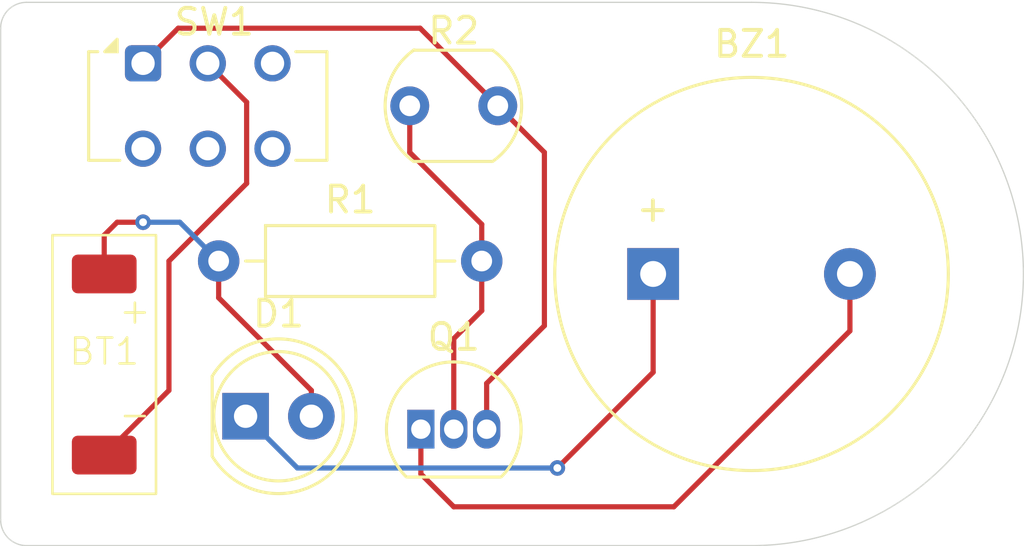
<source format=kicad_pcb>
(kicad_pcb (version 20241229) (generator "pcbnew") (generator_version "9.0")
  (layers (0 "F.Cu" signal) (2 "B.Cu" signal) (13 "F.Paste" user) (15 "B.Paste" user) (5 "F.SilkS" user "F.Silkscreen") (7 "B.SilkS" user "B.Silkscreen") (1 "F.Mask" user) (3 "B.Mask" user) (25 "Edge.Cuts" user))
  (net 0 "")
  (net 1 "Net-(BT1--)")
  (net 2 "Net-(BT1-+)")
  (net 3 "Net-(BZ1--)")
  (net 4 "Net-(BZ1-+)")
  (net 5 "Net-(Q1-B)")
  (net 6 "Net-(Q1-E)")
  (footprint "Button_Switch_THT:SW_CK_JS202011CQN_DPDT_Straight" (layer "F.Cu") (at 148 81.8575)
    (property "Reference" "SW1" (at 2.75 -1.6 0) (layer "F.SilkS"))
    (property "Value" "SW_SPDT")
    (fp_line (start -2.1 -0.45) (end -2.1 3.75) (stroke (width 0.12)) (layer "F.SilkS"))
    (fp_line (start -2.1 3.75) (end -0.9 3.75) (stroke (width 0.12)) (layer "F.SilkS"))
    (fp_line (start -1.75 -0.45) (end -2.1 -0.45) (stroke (width 0.12)) (layer "F.SilkS"))
    (fp_line (start 5.9 -0.45) (end 7.1 -0.45) (stroke (width 0.12)) (layer "F.SilkS"))
    (fp_line (start 7.1 -0.45) (end 7.1 3.75) (stroke (width 0.12)) (layer "F.SilkS"))
    (fp_line (start 7.1 3.75) (end 5.9 3.75) (stroke (width 0.12)) (layer "F.SilkS"))
    (fp_poly (pts (xy -1 -0.45) (xy -1.48 -0.45) (xy -1 -0.93) (xy -1 -0.45)) (stroke (width 0.12)) (fill yes) (layer "F.SilkS"))
    (pad "1" thru_hole roundrect (at 0 0) (size 1.4 1.4) (drill 0.9) (layers "*.Cu" "*.Mask") (roundrect_rratio 0.1785714286) (net 6 "Net-(Q1-E)"))
    (pad "2" thru_hole circle (at 2.5 0) (size 1.4 1.4) (drill 0.9) (layers "*.Cu" "*.Mask") (net 1 "Net-(BT1--)"))
    (pad "3" thru_hole circle (at 5 0) (size 1.4 1.4) (drill 0.9) (layers "*.Cu" "*.Mask"))
    (pad "4" thru_hole circle (at 5 3.3) (size 1.4 1.4) (drill 0.9) (layers "*.Cu" "*.Mask"))
    (pad "5" thru_hole circle (at 2.5 3.3) (size 1.4 1.4) (drill 0.9) (layers "*.Cu" "*.Mask"))
    (pad "6" thru_hole circle (at 0 3.3) (size 1.4 1.4) (drill 0.9) (layers "*.Cu" "*.Mask"))
  )
  (footprint "Buzzer_Beeper:Buzzer_15x7.5RM7.6" (layer "F.Cu") (at 167.7 90)
    (property "Reference" "BZ1" (at 3.81 -8.89 0) (layer "F.SilkS"))
    (property "Value" "3V")
    (fp_circle (center 3.8 0) (end 11.4 0) (stroke (width 0.12)) (fill no) (layer "F.SilkS"))
    (fp_text user "+" (at -0.01 -2.54 0) (layer "F.SilkS"))
    (pad "1" thru_hole rect (at 0 0) (size 2 2) (drill 1) (layers "*.Cu" "*.Mask") (net 4 "Net-(BZ1-+)"))
    (pad "2" thru_hole circle (at 7.6 0) (size 2 2) (drill 1) (layers "*.Cu" "*.Mask") (net 3 "Net-(BZ1--)"))
  )
  (footprint "Custom_Footprints:Battery" (layer "F.Cu") (at 146.5 93.5)
    (property "Reference" "BT1" (at 0 -0.5 0) (layer "F.SilkS") (effects (font (thickness 0.1))))
    (property "Value" "9V")
    (fp_rect (start -2 -5) (end 2 5) (stroke (width 0.1)) (fill no) (layer "F.SilkS"))
    (fp_text user "-" (at 0.5 2.5 0) (layer "F.SilkS") (effects (font (thickness 0.1)) (justify left bottom)))
    (fp_text user "+" (at 0.5 -1.5 0) (layer "F.SilkS") (effects (font (thickness 0.1)) (justify left bottom)))
    (pad "1" smd roundrect (at 0 -3.5) (size 2.5 1.5) (layers "F.Cu" "F.Mask" "F.Paste") (roundrect_rratio 0.15) (net 2 "Net-(BT1-+)"))
    (pad "2" smd roundrect (at 0 3.5) (size 2.5 1.5) (layers "F.Cu" "F.Mask" "F.Paste") (roundrect_rratio 0.15) (net 1 "Net-(BT1--)"))
  )
  (footprint "OptoDevice:R_LDR_5.1x4.3mm_P3.4mm_Vertical" (layer "F.Cu") (at 158.3 83.5)
    (property "Reference" "R2" (at 1.7 -2.9 0) (layer "F.SilkS"))
    (property "Value" "LDR07")
    (fp_line (start 0.15 -2.15) (end 3.2 -2.15) (stroke (width 0.12)) (layer "F.SilkS"))
    (fp_line (start 0.15 2.15) (end 3.2 2.15) (stroke (width 0.12)) (layer "F.SilkS"))
    (fp_arc (start 0.15 2.15) (mid -0.950438 -0.013368) (end 0.171766 -2.165525) (stroke (width 0.12)) (layer "F.SilkS"))
    (fp_arc (start 3.2 -2.15) (mid 4.321403 -0.027338) (end 3.244513 2.118249) (stroke (width 0.12)) (layer "F.SilkS"))
    (pad "1" thru_hole circle (at 0 0) (size 1.5 1.5) (drill 0.8) (layers "*.Cu" "*.Mask") (net 5 "Net-(Q1-B)"))
    (pad "2" thru_hole circle (at 3.4 0) (size 1.5 1.5) (drill 0.8) (layers "*.Cu" "*.Mask") (net 6 "Net-(Q1-E)"))
  )
  (footprint "Resistor_THT:R_Axial_DIN0207_L6.3mm_D2.5mm_P10.16mm_Horizontal" (layer "F.Cu") (at 150.92 89.5)
    (property "Reference" "R1" (at 5.08 -2.37 0) (layer "F.SilkS"))
    (property "Value" "200R")
    (fp_line (start 1.04 0) (end 1.81 0) (stroke (width 0.12)) (layer "F.SilkS"))
    (fp_line (start 9.12 0) (end 8.35 0) (stroke (width 0.12)) (layer "F.SilkS"))
    (fp_rect (start 1.81 -1.37) (end 8.35 1.37) (stroke (width 0.12)) (fill no) (layer "F.SilkS"))
    (pad "1" thru_hole circle (at 0 0) (size 1.6 1.6) (drill 0.8) (layers "*.Cu" "*.Mask") (net 2 "Net-(BT1-+)"))
    (pad "2" thru_hole circle (at 10.16 0) (size 1.6 1.6) (drill 0.8) (layers "*.Cu" "*.Mask") (net 5 "Net-(Q1-B)"))
  )
  (footprint "LED_THT:LED_D5.0mm_Clear" (layer "F.Cu") (at 151.96 95.5)
    (property "Reference" "D1" (at 1.27 -3.96 0) (layer "F.SilkS"))
    (property "Value" "3V")
    (fp_line (start -1.29 -1.545) (end -1.29 1.545) (stroke (width 0.12)) (layer "F.SilkS"))
    (fp_arc (start -1.29 -1.54483) (mid 2.071779 -2.880495) (end 4.26 0) (stroke (width 0.12)) (layer "F.SilkS"))
    (fp_arc (start 4.26 0) (mid 2.071779 2.880495) (end -1.29 1.54483) (stroke (width 0.12)) (layer "F.SilkS"))
    (fp_circle (center 1.27 0) (end 3.77 0) (stroke (width 0.12)) (fill no) (layer "F.SilkS"))
    (pad "1" thru_hole rect (at 0 0) (size 1.8 1.8) (drill 0.9) (layers "*.Cu" "*.Mask") (net 4 "Net-(BZ1-+)"))
    (pad "2" thru_hole circle (at 2.54 0) (size 1.8 1.8) (drill 0.9) (layers "*.Cu" "*.Mask") (net 2 "Net-(BT1-+)"))
  )
  (footprint "Package_TO_SOT_THT:TO-92_Inline" (layer "F.Cu") (at 158.73 96)
    (property "Reference" "Q1" (at 1.27 -3.56 0) (layer "F.SilkS"))
    (property "Value" "BC547")
    (fp_line (start -0.53 1.85) (end 3.07 1.85) (stroke (width 0.12)) (layer "F.SilkS"))
    (fp_arc (start -0.568478 1.838478) (mid -1.132087 -0.994977) (end 1.27 -2.6) (stroke (width 0.12)) (layer "F.SilkS"))
    (fp_arc (start 1.27 -2.6) (mid 3.672087 -0.994977) (end 3.108478 1.838478) (stroke (width 0.12)) (layer "F.SilkS"))
    (pad "1" thru_hole rect (at 0 0) (size 1.05 1.5) (drill 0.75) (layers "*.Cu" "*.Mask") (net 3 "Net-(BZ1--)"))
    (pad "2" thru_hole oval (at 1.27 0) (size 1.05 1.5) (drill 0.75) (layers "*.Cu" "*.Mask") (net 5 "Net-(Q1-B)"))
    (pad "3" thru_hole oval (at 2.54 0) (size 1.05 1.5) (drill 0.75) (layers "*.Cu" "*.Mask") (net 6 "Net-(Q1-E)"))
  )
  (gr_arc (start 143.5 100.5) (mid 142.792893 100.207107) (end 142.5 99.5) (stroke (width 0.05)) (layer "Edge.Cuts"))
  (gr_line (start 142.5 80.5) (end 142.5 99.5) (stroke (width 0.05)) (layer "Edge.Cuts"))
  (gr_line (start 143.5 100.5) (end 171.5 100.5) (stroke (width 0.05)) (layer "Edge.Cuts"))
  (gr_arc (start 142.5 80.5) (mid 142.792893 79.792893) (end 143.5 79.5) (stroke (width 0.05)) (layer "Edge.Cuts"))
  (gr_arc (start 171.5 79.5) (mid 182 90) (end 171.5 100.5) (stroke (width 0.05)) (layer "Edge.Cuts"))
  (gr_line (start 171.5 79.5) (end 143.5 79.5) (stroke (width 0.05)) (layer "Edge.Cuts"))
  (segment (start 150.5 81.8575) (end 152 83.3575) (width 0.2) (layer "F.Cu") (net 1))
  (segment (start 152 83.3575) (end 152 86.5) (width 0.2) (layer "F.Cu") (net 1))
  (segment (start 152 86.5) (end 149 89.5) (width 0.2) (layer "F.Cu") (net 1))
  (segment (start 149 94.5) (end 146.5 97) (width 0.2) (layer "F.Cu") (net 1))
  (segment (start 149 89.5) (end 149 94.5) (width 0.2) (layer "F.Cu") (net 1))
  (segment (start 154.5 94.5) (end 154.5 95.5) (width 0.2) (layer "F.Cu") (net 2))
  (segment (start 150.92 90.92) (end 154.5 94.5) (width 0.2) (layer "F.Cu") (net 2))
  (segment (start 146.5 90) (end 146.5 88.5) (width 0.2) (layer "F.Cu") (net 2))
  (segment (start 150.92 89.5) (end 150.92 90.92) (width 0.2) (layer "F.Cu") (net 2))
  (segment (start 147 88) (end 148 88) (width 0.2) (layer "F.Cu") (net 2))
  (segment (start 146.5 88.5) (end 147 88) (width 0.2) (layer "F.Cu") (net 2))
  (via (at 148 88) (size 0.6) (drill 0.3) (layers "F.Cu" "B.Cu") (net 2))
  (segment (start 149.42 88) (end 150.92 89.5) (width 0.2) (layer "B.Cu") (net 2))
  (segment (start 148 88) (end 149.42 88) (width 0.2) (layer "B.Cu") (net 2))
  (segment (start 175.3 90) (end 175.3 92.2) (width 0.2) (layer "F.Cu") (net 3))
  (segment (start 160 99) (end 158.73 97.73) (width 0.2) (layer "F.Cu") (net 3))
  (segment (start 158.73 97.73) (end 158.73 96) (width 0.2) (layer "F.Cu") (net 3))
  (segment (start 168.5 99) (end 160 99) (width 0.2) (layer "F.Cu") (net 3))
  (segment (start 175.3 92.2) (end 168.5 99) (width 0.2) (layer "F.Cu") (net 3))
  (segment (start 167.7 90) (end 167.7 93.8) (width 0.2) (layer "F.Cu") (net 4))
  (segment (start 167.7 93.8) (end 164 97.5) (width 0.2) (layer "F.Cu") (net 4))
  (via (at 164 97.5) (size 0.6) (drill 0.3) (layers "F.Cu" "B.Cu") (net 4))
  (segment (start 153.96 97.5) (end 151.96 95.5) (width 0.2) (layer "B.Cu") (net 4))
  (segment (start 164 97.5) (end 153.96 97.5) (width 0.2) (layer "B.Cu") (net 4))
  (segment (start 161.08 89.5) (end 161.08 88.08) (width 0.2) (layer "F.Cu") (net 5))
  (segment (start 161.08 88.08) (end 158.3 85.3) (width 0.2) (layer "F.Cu") (net 5))
  (segment (start 161.08 91.42) (end 161.08 89.5) (width 0.2) (layer "F.Cu") (net 5))
  (segment (start 160 96) (end 160 92.5) (width 0.2) (layer "F.Cu") (net 5))
  (segment (start 160 92.5) (end 161.08 91.42) (width 0.2) (layer "F.Cu") (net 5))
  (segment (start 158.3 85.3) (end 158.3 83.5) (width 0.2) (layer "F.Cu") (net 5))
  (segment (start 161.27 94.23) (end 163.5 92) (width 0.2) (layer "F.Cu") (net 6))
  (segment (start 163.5 92) (end 163.5 85.3) (width 0.2) (layer "F.Cu") (net 6))
  (segment (start 161.27 96) (end 161.27 94.23) (width 0.2) (layer "F.Cu") (net 6))
  (segment (start 163.5 85.3) (end 161.7 83.5) (width 0.2) (layer "F.Cu") (net 6))
  (segment (start 158.7 80.5) (end 149.3575 80.5) (width 0.2) (layer "F.Cu") (net 6))
  (segment (start 161.7 83.5) (end 158.7 80.5) (width 0.2) (layer "F.Cu") (net 6))
  (segment (start 149.3575 80.5) (end 148 81.8575) (width 0.2) (layer "F.Cu") (net 6))
)
</source>
